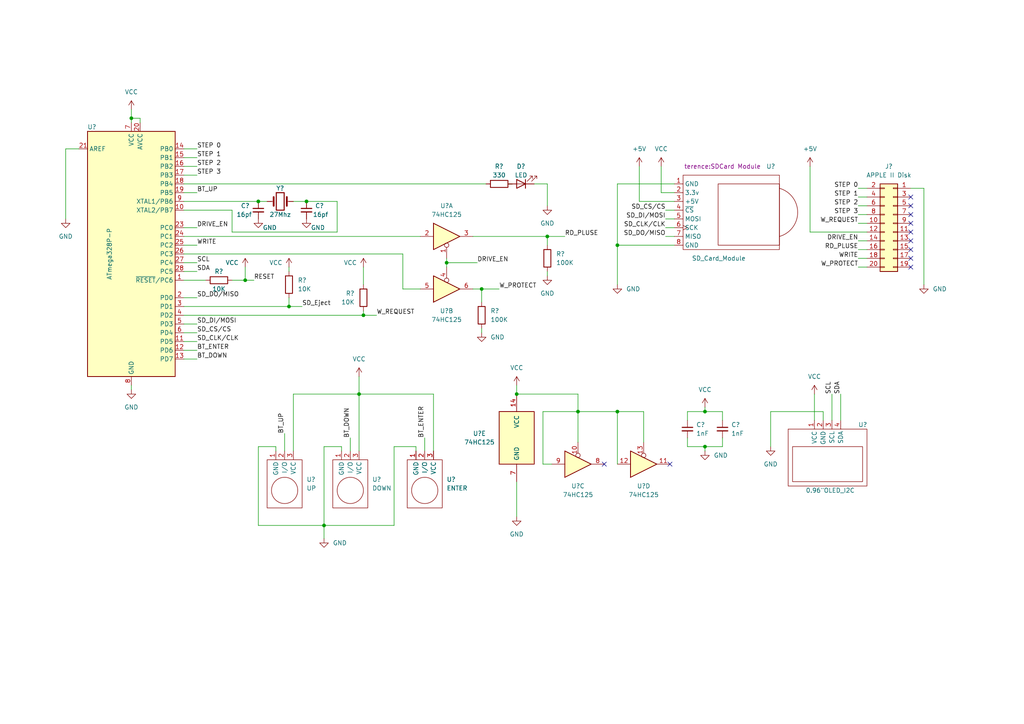
<source format=kicad_sch>
(kicad_sch (version 20211123) (generator eeschema)
  (paper "A4")
  (lib_symbols
    (symbol "74xx_IEEE:74HC125" (pin_names (offset 1.016))
      (property "Reference" "U" (at 0 1.27 0))
      (property "Value" "74HC125" (at 0 -1.27 0))
      (symbol "74HC125_1_0"
        (polyline (pts (xy -3.81 3.81) (xy -3.81 -3.81) (xy 3.81 0) (xy -3.81 3.81)) (stroke (width 0.254)) (fill (type background)))
        (pin input inverted (at 0 -6.35 90) (length 4.445) (name "~") (number "1"))
        (pin input line (at -7.62 0 0) (length 3.81) (name "~") (number "2"))
        (pin tri_state line (at 7.62 0 180) (length 3.81) (name "~") (number "3"))
      )
      (symbol "74HC125_2_0"
        (polyline (pts (xy -3.81 3.81) (xy -3.81 -3.81) (xy 3.81 0) (xy -3.81 3.81)) (stroke (width 0.254)) (fill (type background)))
        (pin input inverted (at 0 -6.35 90) (length 4.445) (name "~") (number "4"))
        (pin input line (at -7.62 0 0) (length 3.81) (name "~") (number "5"))
        (pin tri_state line (at 7.62 0 180) (length 3.81) (name "~") (number "6"))
      )
      (symbol "74HC125_3_0"
        (polyline (pts (xy -3.81 3.81) (xy -3.81 -3.81) (xy 3.81 0) (xy -3.81 3.81)) (stroke (width 0.254)) (fill (type background)))
        (pin input inverted (at 0 -6.35 90) (length 4.445) (name "~") (number "10"))
        (pin tri_state line (at 7.62 0 180) (length 3.81) (name "~") (number "8"))
        (pin input line (at -7.62 0 0) (length 3.81) (name "~") (number "9"))
      )
      (symbol "74HC125_4_0"
        (polyline (pts (xy -3.81 3.81) (xy -3.81 -3.81) (xy 3.81 0) (xy -3.81 3.81)) (stroke (width 0.254)) (fill (type background)))
        (pin tri_state line (at 7.62 0 180) (length 3.81) (name "~") (number "11"))
        (pin input line (at -7.62 0 0) (length 3.81) (name "~") (number "12"))
        (pin input inverted (at 0 -6.35 90) (length 4.445) (name "~") (number "13"))
      )
      (symbol "74HC125_5_0"
        (pin power_in line (at 0 12.7 270) (length 5.08) (name "VCC") (number "14"))
        (pin power_in line (at 0 -12.7 90) (length 5.08) (name "GND") (number "7"))
      )
      (symbol "74HC125_5_1"
        (rectangle (start -5.08 7.62) (end 5.08 -7.62) (stroke (width 0.254)) (fill (type background)))
      )
    )
    (symbol "Connector_Generic:Conn_02x10_Odd_Even" (pin_names (offset 1.016) hide)
      (property "Reference" "J" (at 1.27 12.7 0))
      (property "Value" "Conn_02x10_Odd_Even" (at 1.27 -15.24 0))
      (symbol "Conn_02x10_Odd_Even_1_1"
        (rectangle (start -1.27 -12.573) (end 0 -12.827) (stroke (width 0.1524)))
        (rectangle (start -1.27 -10.033) (end 0 -10.287) (stroke (width 0.1524)))
        (rectangle (start -1.27 -7.493) (end 0 -7.747) (stroke (width 0.1524)))
        (rectangle (start -1.27 -4.953) (end 0 -5.207) (stroke (width 0.1524)))
        (rectangle (start -1.27 -2.413) (end 0 -2.667) (stroke (width 0.1524)))
        (rectangle (start -1.27 0.127) (end 0 -0.127) (stroke (width 0.1524)))
        (rectangle (start -1.27 2.667) (end 0 2.413) (stroke (width 0.1524)))
        (rectangle (start -1.27 5.207) (end 0 4.953) (stroke (width 0.1524)))
        (rectangle (start -1.27 7.747) (end 0 7.493) (stroke (width 0.1524)))
        (rectangle (start -1.27 10.287) (end 0 10.033) (stroke (width 0.1524)))
        (rectangle (start -1.27 11.43) (end 3.81 -13.97) (stroke (width 0.254)) (fill (type background)))
        (rectangle (start 3.81 -12.573) (end 2.54 -12.827) (stroke (width 0.1524)))
        (rectangle (start 3.81 -10.033) (end 2.54 -10.287) (stroke (width 0.1524)))
        (rectangle (start 3.81 -7.493) (end 2.54 -7.747) (stroke (width 0.1524)))
        (rectangle (start 3.81 -4.953) (end 2.54 -5.207) (stroke (width 0.1524)))
        (rectangle (start 3.81 -2.413) (end 2.54 -2.667) (stroke (width 0.1524)))
        (rectangle (start 3.81 0.127) (end 2.54 -0.127) (stroke (width 0.1524)))
        (rectangle (start 3.81 2.667) (end 2.54 2.413) (stroke (width 0.1524)))
        (rectangle (start 3.81 5.207) (end 2.54 4.953) (stroke (width 0.1524)))
        (rectangle (start 3.81 7.747) (end 2.54 7.493) (stroke (width 0.1524)))
        (rectangle (start 3.81 10.287) (end 2.54 10.033) (stroke (width 0.1524)))
        (pin passive line (at -5.08 10.16 0) (length 3.81) (name "Pin_1") (number "1"))
        (pin passive line (at 7.62 0 180) (length 3.81) (name "Pin_10") (number "10"))
        (pin passive line (at -5.08 -2.54 0) (length 3.81) (name "Pin_11") (number "11"))
        (pin passive line (at 7.62 -2.54 180) (length 3.81) (name "Pin_12") (number "12"))
        (pin passive line (at -5.08 -5.08 0) (length 3.81) (name "Pin_13") (number "13"))
        (pin passive line (at 7.62 -5.08 180) (length 3.81) (name "Pin_14") (number "14"))
        (pin passive line (at -5.08 -7.62 0) (length 3.81) (name "Pin_15") (number "15"))
        (pin passive line (at 7.62 -7.62 180) (length 3.81) (name "Pin_16") (number "16"))
        (pin passive line (at -5.08 -10.16 0) (length 3.81) (name "Pin_17") (number "17"))
        (pin passive line (at 7.62 -10.16 180) (length 3.81) (name "Pin_18") (number "18"))
        (pin passive line (at -5.08 -12.7 0) (length 3.81) (name "Pin_19") (number "19"))
        (pin passive line (at 7.62 10.16 180) (length 3.81) (name "Pin_2") (number "2"))
        (pin passive line (at 7.62 -12.7 180) (length 3.81) (name "Pin_20") (number "20"))
        (pin passive line (at -5.08 7.62 0) (length 3.81) (name "Pin_3") (number "3"))
        (pin passive line (at 7.62 7.62 180) (length 3.81) (name "Pin_4") (number "4"))
        (pin passive line (at -5.08 5.08 0) (length 3.81) (name "Pin_5") (number "5"))
        (pin passive line (at 7.62 5.08 180) (length 3.81) (name "Pin_6") (number "6"))
        (pin passive line (at -5.08 2.54 0) (length 3.81) (name "Pin_7") (number "7"))
        (pin passive line (at 7.62 2.54 180) (length 3.81) (name "Pin_8") (number "8"))
        (pin passive line (at -5.08 0 0) (length 3.81) (name "Pin_9") (number "9"))
      )
    )
    (symbol "Device:C_Small" (pin_numbers hide) (pin_names (offset 0.254) hide)
      (property "Reference" "C" (at 0.254 1.778 0))
      (property "Value" "C_Small" (at 0.254 -2.032 0))
      (symbol "C_Small_0_1"
        (polyline (pts (xy -1.524 -0.508) (xy 1.524 -0.508)) (stroke (width 0.3302)))
        (polyline (pts (xy -1.524 0.508) (xy 1.524 0.508)) (stroke (width 0.3048)))
      )
      (symbol "C_Small_1_1"
        (pin passive line (at 0 2.54 270) (length 2.032) (name "~") (number "1"))
        (pin passive line (at 0 -2.54 90) (length 2.032) (name "~") (number "2"))
      )
    )
    (symbol "Device:Crystal" (pin_numbers hide) (pin_names (offset 1.016) hide)
      (property "Reference" "Y" (at 0 3.81 0))
      (property "Value" "Crystal" (at 0 -3.81 0))
      (symbol "Crystal_0_1"
        (rectangle (start -1.143 2.54) (end 1.143 -2.54) (stroke (width 0.3048)))
        (polyline (pts (xy -2.54 0) (xy -1.905 0)))
        (polyline (pts (xy -1.905 -1.27) (xy -1.905 1.27)) (stroke (width 0.508)))
        (polyline (pts (xy 1.905 -1.27) (xy 1.905 1.27)) (stroke (width 0.508)))
        (polyline (pts (xy 2.54 0) (xy 1.905 0)))
      )
      (symbol "Crystal_1_1"
        (pin passive line (at -3.81 0 0) (length 1.27) (name "1") (number "1"))
        (pin passive line (at 3.81 0 180) (length 1.27) (name "2") (number "2"))
      )
    )
    (symbol "Device:LED" (pin_numbers hide) (pin_names (offset 1.016) hide)
      (property "Reference" "D" (at 0 2.54 0))
      (property "Value" "LED" (at 0 -2.54 0))
      (symbol "LED_0_1"
        (polyline (pts (xy -1.27 -1.27) (xy -1.27 1.27)) (stroke (width 0.254)))
        (polyline (pts (xy -1.27 0) (xy 1.27 0)))
        (polyline (pts (xy 1.27 -1.27) (xy 1.27 1.27) (xy -1.27 0) (xy 1.27 -1.27)) (stroke (width 0.254)))
        (polyline (pts (xy -3.048 -0.762) (xy -4.572 -2.286) (xy -3.81 -2.286) (xy -4.572 -2.286) (xy -4.572 -1.524)))
        (polyline (pts (xy -1.778 -0.762) (xy -3.302 -2.286) (xy -2.54 -2.286) (xy -3.302 -2.286) (xy -3.302 -1.524)))
      )
      (symbol "LED_1_1"
        (pin passive line (at -3.81 0 0) (length 2.54) (name "K") (number "1"))
        (pin passive line (at 3.81 0 180) (length 2.54) (name "A") (number "2"))
      )
    )
    (symbol "Device:R" (pin_numbers hide) (pin_names (offset 0))
      (property "Reference" "R" (at 2.032 0 90))
      (property "Value" "R" (at 0 0 90))
      (symbol "R_0_1"
        (rectangle (start -1.016 -2.54) (end 1.016 2.54) (stroke (width 0.254)))
      )
      (symbol "R_1_1"
        (pin passive line (at 0 3.81 270) (length 1.27) (name "~") (number "1"))
        (pin passive line (at 0 -3.81 90) (length 1.27) (name "~") (number "2"))
      )
    )
    (symbol "MCU_Microchip_ATmega:ATmega328-P"
      (property "Reference" "U" (at -12.7 36.83 0))
      (property "Value" "ATmega328-P" (at 2.54 -36.83 0))
      (symbol "ATmega328-P_0_1"
        (rectangle (start -12.7 -35.56) (end 12.7 35.56) (stroke (width 0.254)) (fill (type background)))
      )
      (symbol "ATmega328-P_1_1"
        (pin bidirectional line (at 15.24 -7.62 180) (length 2.54) (name "~{RESET}/PC6") (number "1"))
        (pin bidirectional line (at 15.24 12.7 180) (length 2.54) (name "XTAL2/PB7") (number "10"))
        (pin bidirectional line (at 15.24 -25.4 180) (length 2.54) (name "PD5") (number "11"))
        (pin bidirectional line (at 15.24 -27.94 180) (length 2.54) (name "PD6") (number "12"))
        (pin bidirectional line (at 15.24 -30.48 180) (length 2.54) (name "PD7") (number "13"))
        (pin bidirectional line (at 15.24 30.48 180) (length 2.54) (name "PB0") (number "14"))
        (pin bidirectional line (at 15.24 27.94 180) (length 2.54) (name "PB1") (number "15"))
        (pin bidirectional line (at 15.24 25.4 180) (length 2.54) (name "PB2") (number "16"))
        (pin bidirectional line (at 15.24 22.86 180) (length 2.54) (name "PB3") (number "17"))
        (pin bidirectional line (at 15.24 20.32 180) (length 2.54) (name "PB4") (number "18"))
        (pin bidirectional line (at 15.24 17.78 180) (length 2.54) (name "PB5") (number "19"))
        (pin bidirectional line (at 15.24 -12.7 180) (length 2.54) (name "PD0") (number "2"))
        (pin power_in line (at 2.54 38.1 270) (length 2.54) (name "AVCC") (number "20"))
        (pin passive line (at -15.24 30.48 0) (length 2.54) (name "AREF") (number "21"))
        (pin passive line (at 0 -38.1 90) (length 2.54) hide (name "GND") (number "22"))
        (pin bidirectional line (at 15.24 7.62 180) (length 2.54) (name "PC0") (number "23"))
        (pin bidirectional line (at 15.24 5.08 180) (length 2.54) (name "PC1") (number "24"))
        (pin bidirectional line (at 15.24 2.54 180) (length 2.54) (name "PC2") (number "25"))
        (pin bidirectional line (at 15.24 0 180) (length 2.54) (name "PC3") (number "26"))
        (pin bidirectional line (at 15.24 -2.54 180) (length 2.54) (name "PC4") (number "27"))
        (pin bidirectional line (at 15.24 -5.08 180) (length 2.54) (name "PC5") (number "28"))
        (pin bidirectional line (at 15.24 -15.24 180) (length 2.54) (name "PD1") (number "3"))
        (pin bidirectional line (at 15.24 -17.78 180) (length 2.54) (name "PD2") (number "4"))
        (pin bidirectional line (at 15.24 -20.32 180) (length 2.54) (name "PD3") (number "5"))
        (pin bidirectional line (at 15.24 -22.86 180) (length 2.54) (name "PD4") (number "6"))
        (pin power_in line (at 0 38.1 270) (length 2.54) (name "VCC") (number "7"))
        (pin power_in line (at 0 -38.1 90) (length 2.54) (name "GND") (number "8"))
        (pin bidirectional line (at 15.24 15.24 180) (length 2.54) (name "XTAL1/PB6") (number "9"))
      )
    )
    (symbol "TP223_1"
      (property "Reference" "U?" (at 6.35 -6.9849 0))
      (property "Value" "TP223_1" (at 6.35 -9.5249 0))
      (symbol "TP223_1_0_1"
        (rectangle (start -5.08 -1.27) (end 5.08 -15.24))
        (circle (center 0 -10.16) (radius 3.81))
      )
      (symbol "TP223_1_1_1"
        (pin power_in line (at -2.54 1.27 270) (length 2.54) (name "GND") (number "1"))
        (pin output line (at 0 1.27 270) (length 2.54) (name "I/O") (number "2"))
        (pin output line (at 2.54 1.27 270) (length 2.54) (name "VCC") (number "3"))
      )
    )
    (symbol "TP223_2"
      (property "Reference" "U?" (at 6.35 -6.9849 0))
      (property "Value" "TP223_2" (at 6.35 -9.5249 0))
      (symbol "TP223_2_0_1"
        (rectangle (start -5.08 -1.27) (end 5.08 -15.24))
        (circle (center 0 -10.16) (radius 3.81))
      )
      (symbol "TP223_2_1_1"
        (pin power_in line (at -2.54 1.27 270) (length 2.54) (name "GND") (number "1"))
        (pin output line (at 0 1.27 270) (length 2.54) (name "I/O") (number "2"))
        (pin output line (at 2.54 1.27 270) (length 2.54) (name "VCC") (number "3"))
      )
    )
    (symbol "power:+5V" (power) (pin_names (offset 0))
      (property "Value" "+5V" (at 0 3.556 0))
      (symbol "+5V_0_1"
        (polyline (pts (xy -0.762 1.27) (xy 0 2.54)))
        (polyline (pts (xy 0 0) (xy 0 2.54)))
        (polyline (pts (xy 0 2.54) (xy 0.762 1.27)))
      )
      (symbol "+5V_1_1"
        (pin power_in line (at 0 0 90) (length 0) hide (name "+5V") (number "1"))
      )
    )
    (symbol "power:GND" (power) (pin_names (offset 0))
      (property "Value" "GND" (at 0 -3.81 0))
      (symbol "GND_0_1"
        (polyline (pts (xy 0 0) (xy 0 -1.27) (xy 1.27 -1.27) (xy 0 -2.54) (xy -1.27 -1.27) (xy 0 -1.27)))
      )
      (symbol "GND_1_1"
        (pin power_in line (at 0 0 270) (length 0) hide (name "GND") (number "1"))
      )
    )
    (symbol "power:VCC" (power) (pin_names (offset 0))
      (property "Value" "VCC" (at 0 3.81 0))
      (symbol "VCC_0_1"
        (polyline (pts (xy -0.762 1.27) (xy 0 2.54)))
        (polyline (pts (xy 0 0) (xy 0 2.54)))
        (polyline (pts (xy 0 2.54) (xy 0.762 1.27)))
      )
      (symbol "VCC_1_1"
        (pin power_in line (at 0 0 90) (length 0) hide (name "VCC") (number "1"))
      )
    )
    (symbol "terence:0.96{dblquote}OLED_I2C"
      (property "Reference" "U" (at 1.27 1.27 0))
      (property "Value" "0.96{dblquote}OLED_I2C" (at 11.43 -19.05 0))
      (symbol "0.96{dblquote}OLED_I2C_0_1"
        (rectangle (start 0 0) (end 22.86 -16.51))
        (rectangle (start 1.27 -5.08) (end 21.59 -15.24))
      )
      (symbol "0.96{dblquote}OLED_I2C_1_1"
        (pin power_in line (at 7.62 2.54 270) (length 2.54) (name "VCC") (number "1"))
        (pin power_in line (at 10.16 2.54 270) (length 2.54) (name "GND") (number "2"))
        (pin power_in line (at 12.7 2.54 270) (length 2.54) (name "SCL") (number "3"))
        (pin power_in line (at 15.24 2.54 270) (length 2.54) (name "SDA") (number "4"))
      )
    )
    (symbol "terence:SD_Card_Module"
      (property "Reference" "U" (at -10.16 -1.27 0))
      (property "Value" "SD_Card_Module" (at 3.81 -1.27 0))
      (symbol "SD_Card_Module_0_1"
        (rectangle (start -11.43 -2.54) (end 16.51 -24.13))
        (rectangle (start -1.27 -5.08) (end 16.51 -22.86))
        (arc (start 16.51 -20.32) (mid 25.7169 -13.335) (end 16.51 -6.35))
      )
      (symbol "SD_Card_Module_1_1"
        (pin power_in line (at -13.97 -5.08 0) (length 2.54) (name "GND") (number "1"))
        (pin power_in line (at -13.97 -7.62 0) (length 2.54) (name "3.3v") (number "2"))
        (pin power_in line (at -13.97 -10.16 0) (length 2.54) (name "+5V") (number "3"))
        (pin input line (at -13.97 -12.7 0) (length 2.54) (name "~{CS}") (number "4"))
        (pin output line (at -13.97 -15.24 0) (length 2.54) (name "MOSI") (number "5"))
        (pin input clock (at -13.97 -17.78 0) (length 2.54) (name "SCK") (number "6"))
        (pin input line (at -13.97 -20.32 0) (length 2.54) (name "MISO") (number "7"))
        (pin power_in line (at -13.97 -22.86 0) (length 2.54) (name "GND") (number "8"))
      )
    )
    (symbol "terence:TP223"
      (property "Reference" "U?" (at 6.35 -6.9849 0))
      (property "Value" "TP223" (at 6.35 -9.5249 0))
      (symbol "TP223_0_1"
        (rectangle (start -5.08 -1.27) (end 5.08 -15.24))
        (circle (center 0 -10.16) (radius 3.81))
      )
      (symbol "TP223_1_1"
        (pin power_in line (at -2.54 1.27 270) (length 2.54) (name "GND") (number "1"))
        (pin output line (at 0 1.27 270) (length 2.54) (name "I/O") (number "2"))
        (pin output line (at 2.54 1.27 270) (length 2.54) (name "VCC") (number "3"))
      )
    )
  )
  (junction (at 105.41 91.44))
  (junction (at 167.64 119.38))
  (junction (at 139.7 83.82))
  (junction (at 104.14 114.3))
  (junction (at 83.82 88.9))
  (junction (at 179.07 119.38))
  (junction (at 88.9 58.42))
  (junction (at 179.07 71.12))
  (junction (at 129.54 76.2))
  (junction (at 204.47 129.54))
  (junction (at 204.47 119.38))
  (junction (at 38.1 34.29))
  (junction (at 93.98 152.4))
  (junction (at 71.12 81.28))
  (junction (at 74.93 58.42))
  (junction (at 158.75 68.58))
  (junction (at 149.86 114.3))
  (no_connect (at 264.16 57.15))
  (no_connect (at 264.16 67.31))
  (no_connect (at 175.26 134.62))
  (no_connect (at 264.16 64.77))
  (no_connect (at 264.16 72.39))
  (no_connect (at 264.16 62.23))
  (no_connect (at 264.16 77.47))
  (no_connect (at 264.16 74.93))
  (no_connect (at 194.31 134.62))
  (no_connect (at 264.16 69.85))
  (no_connect (at 264.16 59.69))
  (wire (pts (xy 209.55 127) (xy 209.55 129.54)))
  (wire (pts (xy 191.77 48.26) (xy 191.77 55.88)))
  (wire (pts (xy 53.34 60.96) (xy 67.31 60.96)))
  (wire (pts (xy 236.22 114.3) (xy 236.22 121.92)))
  (wire (pts (xy 123.19 127) (xy 123.19 130.81)))
  (wire (pts (xy 74.93 58.42) (xy 77.47 58.42)))
  (wire (pts (xy 248.92 74.93) (xy 251.46 74.93)))
  (wire (pts (xy 53.34 88.9) (xy 83.82 88.9)))
  (wire (pts (xy 193.04 60.96) (xy 195.58 60.96)))
  (wire (pts (xy 248.92 54.61) (xy 251.46 54.61)))
  (wire (pts (xy 88.9 58.42) (xy 97.79 58.42)))
  (wire (pts (xy 191.77 55.88) (xy 195.58 55.88)))
  (wire (pts (xy 157.48 134.62) (xy 157.48 119.38)))
  (wire (pts (xy 116.84 83.82) (xy 116.84 73.66)))
  (wire (pts (xy 40.64 35.56) (xy 40.64 34.29)))
  (wire (pts (xy 149.86 139.7) (xy 149.86 149.86)))
  (wire (pts (xy 83.82 77.47) (xy 83.82 78.74)))
  (wire (pts (xy 179.07 119.38) (xy 186.69 119.38)))
  (wire (pts (xy 99.06 129.54) (xy 99.06 130.81)))
  (wire (pts (xy 193.04 68.58) (xy 195.58 68.58)))
  (wire (pts (xy 93.98 152.4) (xy 93.98 156.21)))
  (wire (pts (xy 195.58 53.34) (xy 179.07 53.34)))
  (wire (pts (xy 186.69 119.38) (xy 186.69 128.27)))
  (wire (pts (xy 264.16 54.61) (xy 267.97 54.61)))
  (wire (pts (xy 199.39 119.38) (xy 199.39 121.92)))
  (wire (pts (xy 139.7 95.25) (xy 139.7 96.52)))
  (wire (pts (xy 160.02 134.62) (xy 157.48 134.62)))
  (wire (pts (xy 248.92 77.47) (xy 251.46 77.47)))
  (wire (pts (xy 148.59 53.34) (xy 147.32 53.34)))
  (wire (pts (xy 204.47 119.38) (xy 209.55 119.38)))
  (wire (pts (xy 53.34 45.72) (xy 57.15 45.72)))
  (wire (pts (xy 53.34 104.14) (xy 57.15 104.14)))
  (wire (pts (xy 53.34 96.52) (xy 57.15 96.52)))
  (wire (pts (xy 53.34 55.88) (xy 57.15 55.88)))
  (wire (pts (xy 74.93 129.54) (xy 74.93 152.4)))
  (wire (pts (xy 223.52 119.38) (xy 223.52 129.54)))
  (wire (pts (xy 248.92 64.77) (xy 251.46 64.77)))
  (wire (pts (xy 85.09 114.3) (xy 104.14 114.3)))
  (wire (pts (xy 193.04 66.04) (xy 195.58 66.04)))
  (wire (pts (xy 19.05 63.5) (xy 19.05 43.18)))
  (wire (pts (xy 167.64 119.38) (xy 167.64 128.27)))
  (wire (pts (xy 67.31 60.96) (xy 67.31 67.31)))
  (wire (pts (xy 40.64 34.29) (xy 38.1 34.29)))
  (wire (pts (xy 204.47 129.54) (xy 199.39 129.54)))
  (wire (pts (xy 53.34 86.36) (xy 57.15 86.36)))
  (wire (pts (xy 199.39 127) (xy 199.39 129.54)))
  (wire (pts (xy 154.94 53.34) (xy 158.75 53.34)))
  (wire (pts (xy 243.84 114.3) (xy 243.84 121.92)))
  (wire (pts (xy 53.34 76.2) (xy 57.15 76.2)))
  (wire (pts (xy 157.48 119.38) (xy 167.64 119.38)))
  (wire (pts (xy 137.16 68.58) (xy 158.75 68.58)))
  (wire (pts (xy 67.31 81.28) (xy 71.12 81.28)))
  (wire (pts (xy 204.47 129.54) (xy 209.55 129.54)))
  (wire (pts (xy 234.95 67.31) (xy 251.46 67.31)))
  (wire (pts (xy 97.79 67.31) (xy 97.79 58.42)))
  (wire (pts (xy 129.54 76.2) (xy 138.43 76.2)))
  (wire (pts (xy 248.92 72.39) (xy 251.46 72.39)))
  (wire (pts (xy 158.75 68.58) (xy 163.83 68.58)))
  (wire (pts (xy 101.6 127) (xy 101.6 130.81)))
  (wire (pts (xy 199.39 119.38) (xy 204.47 119.38)))
  (wire (pts (xy 158.75 68.58) (xy 158.75 71.12)))
  (wire (pts (xy 53.34 50.8) (xy 57.15 50.8)))
  (wire (pts (xy 38.1 31.75) (xy 38.1 34.29)))
  (wire (pts (xy 67.31 67.31) (xy 97.79 67.31)))
  (wire (pts (xy 149.86 111.76) (xy 149.86 114.3)))
  (wire (pts (xy 120.65 130.81) (xy 120.65 129.54)))
  (wire (pts (xy 104.14 114.3) (xy 125.73 114.3)))
  (wire (pts (xy 83.82 88.9) (xy 87.63 88.9)))
  (wire (pts (xy 83.82 86.36) (xy 83.82 88.9)))
  (wire (pts (xy 80.01 129.54) (xy 74.93 129.54)))
  (wire (pts (xy 71.12 81.28) (xy 73.66 81.28)))
  (wire (pts (xy 129.54 74.93) (xy 129.54 76.2)))
  (wire (pts (xy 209.55 119.38) (xy 209.55 121.92)))
  (wire (pts (xy 53.34 53.34) (xy 140.97 53.34)))
  (wire (pts (xy 248.92 59.69) (xy 251.46 59.69)))
  (wire (pts (xy 99.06 129.54) (xy 93.98 129.54)))
  (wire (pts (xy 185.42 58.42) (xy 195.58 58.42)))
  (wire (pts (xy 248.92 62.23) (xy 251.46 62.23)))
  (wire (pts (xy 85.09 130.81) (xy 85.09 114.3)))
  (wire (pts (xy 88.9 58.42) (xy 85.09 58.42)))
  (wire (pts (xy 125.73 130.81) (xy 125.73 114.3)))
  (wire (pts (xy 204.47 118.11) (xy 204.47 119.38)))
  (wire (pts (xy 53.34 93.98) (xy 57.15 93.98)))
  (wire (pts (xy 53.34 66.04) (xy 57.15 66.04)))
  (wire (pts (xy 105.41 77.47) (xy 105.41 82.55)))
  (wire (pts (xy 19.05 43.18) (xy 22.86 43.18)))
  (wire (pts (xy 167.64 119.38) (xy 179.07 119.38)))
  (wire (pts (xy 267.97 54.61) (xy 267.97 82.55)))
  (wire (pts (xy 139.7 83.82) (xy 139.7 87.63)))
  (wire (pts (xy 104.14 130.81) (xy 104.14 114.3)))
  (wire (pts (xy 105.41 91.44) (xy 109.22 91.44)))
  (wire (pts (xy 167.64 119.38) (xy 167.64 114.3)))
  (wire (pts (xy 38.1 111.76) (xy 38.1 113.03)))
  (wire (pts (xy 193.04 63.5) (xy 195.58 63.5)))
  (wire (pts (xy 167.64 114.3) (xy 149.86 114.3)))
  (wire (pts (xy 158.75 78.74) (xy 158.75 80.01)))
  (wire (pts (xy 195.58 71.12) (xy 179.07 71.12)))
  (wire (pts (xy 116.84 83.82) (xy 121.92 83.82)))
  (wire (pts (xy 53.34 71.12) (xy 57.15 71.12)))
  (wire (pts (xy 234.95 48.26) (xy 234.95 67.31)))
  (wire (pts (xy 185.42 48.26) (xy 185.42 58.42)))
  (wire (pts (xy 53.34 48.26) (xy 57.15 48.26)))
  (wire (pts (xy 139.7 83.82) (xy 144.78 83.82)))
  (wire (pts (xy 105.41 90.17) (xy 105.41 91.44)))
  (wire (pts (xy 53.34 91.44) (xy 105.41 91.44)))
  (wire (pts (xy 248.92 69.85) (xy 251.46 69.85)))
  (wire (pts (xy 53.34 99.06) (xy 57.15 99.06)))
  (wire (pts (xy 238.76 119.38) (xy 223.52 119.38)))
  (wire (pts (xy 38.1 34.29) (xy 38.1 35.56)))
  (wire (pts (xy 53.34 81.28) (xy 59.69 81.28)))
  (wire (pts (xy 204.47 129.54) (xy 204.47 130.81)))
  (wire (pts (xy 120.65 129.54) (xy 114.3 129.54)))
  (wire (pts (xy 238.76 121.92) (xy 238.76 119.38)))
  (wire (pts (xy 53.34 78.74) (xy 57.15 78.74)))
  (wire (pts (xy 179.07 53.34) (xy 179.07 71.12)))
  (wire (pts (xy 53.34 43.18) (xy 57.15 43.18)))
  (wire (pts (xy 179.07 71.12) (xy 179.07 82.55)))
  (wire (pts (xy 114.3 152.4) (xy 93.98 152.4)))
  (wire (pts (xy 114.3 129.54) (xy 114.3 152.4)))
  (wire (pts (xy 53.34 73.66) (xy 116.84 73.66)))
  (wire (pts (xy 241.3 114.3) (xy 241.3 121.92)))
  (wire (pts (xy 179.07 134.62) (xy 179.07 119.38)))
  (wire (pts (xy 53.34 101.6) (xy 57.15 101.6)))
  (wire (pts (xy 248.92 57.15) (xy 251.46 57.15)))
  (wire (pts (xy 129.54 76.2) (xy 129.54 77.47)))
  (wire (pts (xy 74.93 152.4) (xy 93.98 152.4)))
  (wire (pts (xy 137.16 83.82) (xy 139.7 83.82)))
  (wire (pts (xy 71.12 77.47) (xy 71.12 81.28)))
  (wire (pts (xy 53.34 58.42) (xy 74.93 58.42)))
  (wire (pts (xy 93.98 129.54) (xy 93.98 152.4)))
  (wire (pts (xy 82.55 125.73) (xy 82.55 130.81)))
  (wire (pts (xy 80.01 129.54) (xy 80.01 130.81)))
  (wire (pts (xy 158.75 53.34) (xy 158.75 59.69)))
  (wire (pts (xy 104.14 114.3) (xy 104.14 109.22)))
  (wire (pts (xy 53.34 68.58) (xy 121.92 68.58)))
  (label "BT_ENTER" (at 57.15 101.6 0))
  (label "SD_CLK{slash}CLK" (at 193.04 66.04 180))
  (label "SD_DO{slash}MISO" (at 193.04 68.58 180))
  (label "BT_UP" (at 57.15 55.88 0))
  (label "W_REQUEST" (at 109.22 91.44 0))
  (label "BT_DOWN" (at 101.6 127 90))
  (label "SCL" (at 241.3 114.3 90))
  (label "STEP 3" (at 248.92 62.23 180))
  (label "SD_DI{slash}MOSI" (at 193.04 63.5 180))
  (label "SD_DO{slash}MISO" (at 57.15 86.36 0))
  (label "STEP 0" (at 248.92 54.61 180))
  (label "DRIVE_EN" (at 57.15 66.04 0))
  (label "SD_DI{slash}MOSI" (at 57.15 93.98 0))
  (label "SD_CS{slash}CS" (at 193.04 60.96 180))
  (label "RD_PLUSE" (at 248.92 72.39 180))
  (label "BT_ENTER" (at 123.19 127 90))
  (label "W_PROTECT" (at 144.78 83.82 0))
  (label "SD_Eject" (at 87.63 88.9 0))
  (label "STEP 0" (at 57.15 43.18 0))
  (label "RD_PLUSE" (at 163.83 68.58 0))
  (label "STEP 2" (at 248.92 59.69 180))
  (label "STEP 3" (at 57.15 50.8 0))
  (label "DRIVE_EN" (at 248.92 69.85 180))
  (label "STEP 1" (at 248.92 57.15 180))
  (label "BT_DOWN" (at 57.15 104.14 0))
  (label "STEP 1" (at 57.15 45.72 0))
  (label "WRITE" (at 248.92 74.93 180))
  (label "RESET" (at 73.66 81.28 0))
  (label "STEP 2" (at 57.15 48.26 0))
  (label "SD_CS{slash}CS" (at 57.15 96.52 0))
  (label "W_REQUEST" (at 248.92 64.77 180))
  (label "BT_UP" (at 82.55 125.73 90))
  (label "W_PROTECT" (at 248.92 77.47 180))
  (label "DRIVE_EN" (at 138.43 76.2 0))
  (label "SD_CLK{slash}CLK" (at 57.15 99.06 0))
  (label "SDA" (at 243.84 114.3 90))
  (label "SDA" (at 57.15 78.74 0))
  (label "SCL" (at 57.15 76.2 0))
  (label "WRITE" (at 57.15 71.12 0))
  (symbol (lib_id "power:VCC") (at 191.77 48.26 0) (unit 1)
    (property "Reference" "#PWR?" (effects hide))
    (property "Value" "VCC" (at 191.77 43.18 0))
  )
  (symbol (lib_id "Device:R") (at 158.75 74.93 0) (unit 1)
    (property "Reference" "R?" (at 161.29 73.6599 0) (effects (justify left)))
    (property "Value" "100K" (at 161.29 76.1999 0) (effects (justify left)))
    (property "Footprint" "Resistor_SMD:R_0805_2012Metric" (effects hide))
  )
  (symbol (lib_id "power:GND") (at 93.98 156.21 0) (unit 1)
    (property "Reference" "#PWR?" (effects hide))
    (property "Value" "GND" (at 96.52 157.4799 0) (effects (justify left)))
  )
  (symbol (lib_id "Device:R") (at 139.7 91.44 0) (unit 1)
    (property "Reference" "R?" (at 142.24 90.1699 0) (effects (justify left)))
    (property "Value" "100K" (at 142.24 92.7099 0) (effects (justify left)))
    (property "Footprint" "Resistor_SMD:R_0805_2012Metric" (effects hide))
  )
  (symbol (lib_id "74xx_IEEE:74HC125") (at 149.86 127 0) (unit 5)
    (property "Reference" "U?" (at 137.16 125.73 0) (effects (justify left)))
    (property "Value" "74HC125" (at 134.62 128.27 0) (effects (justify left)))
    (property "Footprint" "Package_DIP:DIP-14_W7.62mm" (effects hide))
    (property "Datasheet" "http://www.ti.com/lit/gpn/sn74LS125" (effects hide))
  )
  (symbol (lib_id "power:GND") (at 204.47 130.81 0) (unit 1)
    (property "Reference" "#PWR?" (effects hide))
    (property "Value" "GND" (at 207.01 132.0799 0) (effects (justify left)))
  )
  (symbol (lib_id "Device:C_Small") (at 199.39 124.46 0) (unit 1)
    (property "Reference" "C?" (at 201.93 123.19 0) (effects (justify left)))
    (property "Value" "1nF" (at 201.93 125.73 0) (effects (justify left)))
    (property "Footprint" "Capacitor_SMD:C_0805_2012Metric" (effects hide))
  )
  (symbol (lib_id "74xx_IEEE:74HC125") (at 167.64 134.62 0) (mirror x) (unit 3)
    (property "Reference" "U?" (at 167.64 140.97 0))
    (property "Value" "74HC125" (at 167.64 143.51 0))
    (property "Footprint" "Package_DIP:DIP-14_W7.62mm" (effects hide))
    (property "Datasheet" "http://www.ti.com/lit/gpn/sn74LS125" (effects hide))
  )
  (symbol (lib_id "power:GND") (at 158.75 80.01 0) (unit 1)
    (property "Reference" "#PWR?" (effects hide))
    (property "Value" "GND" (at 158.75 85.09 0))
  )
  (symbol (lib_id "power:VCC") (at 38.1 31.75 0) (unit 1)
    (property "Reference" "#PWR?" (effects hide))
    (property "Value" "VCC" (at 38.1 26.67 0))
  )
  (symbol (lib_id "power:VCC") (at 104.14 109.22 0) (unit 1)
    (property "Reference" "#PWR?" (effects hide))
    (property "Value" "VCC" (at 104.14 104.14 0))
  )
  (symbol (lib_id "power:GND") (at 19.05 63.5 0) (unit 1)
    (property "Reference" "#PWR?" (effects hide))
    (property "Value" "GND" (at 19.05 68.58 0))
  )
  (symbol (lib_id "74xx_IEEE:74HC125") (at 129.54 83.82 0) (mirror x) (unit 2)
    (property "Reference" "U?" (at 129.54 90.17 0))
    (property "Value" "74HC125" (at 129.54 92.71 0))
    (property "Footprint" "Package_DIP:DIP-14_W7.62mm" (effects hide))
    (property "Datasheet" "http://www.ti.com/lit/gpn/sn74LS125" (effects hide))
  )
  (symbol (lib_id "power:GND") (at 267.97 82.55 0) (unit 1)
    (property "Reference" "#PWR?" (effects hide))
    (property "Value" "GND" (at 270.51 83.8199 0) (effects (justify left)))
  )
  (symbol (lib_id "power:VCC") (at 149.86 111.76 0) (unit 1)
    (property "Reference" "#PWR?" (effects hide))
    (property "Value" "VCC" (at 149.86 106.68 0))
  )
  (symbol (lib_id "power:+5V") (at 185.42 48.26 0) (unit 1)
    (property "Reference" "#PWR?" (effects hide))
    (property "Value" "+5V" (at 185.42 43.18 0))
  )
  (symbol (lib_id "power:GND") (at 139.7 96.52 0) (unit 1)
    (property "Reference" "#PWR?" (effects hide))
    (property "Value" "GND" (at 142.24 97.7899 0) (effects (justify left)))
  )
  (symbol (lib_id "terence:TP223") (at 82.55 132.08 0) (unit 1)
    (property "Reference" "U?" (at 88.9 139.0649 0) (effects (justify left)))
    (property "Value" "UP" (at 88.9 141.6049 0) (effects (justify left)))
    (property "Footprint" "terence:TP223" (effects hide))
  )
  (symbol (lib_id "power:GND") (at 88.9 63.5 0) (unit 1)
    (property "Reference" "#PWR?" (effects hide))
    (property "Value" "GND" (at 90.17 66.04 0) (effects (justify left)))
  )
  (symbol (lib_name "TP223_2") (lib_id "terence:TP223") (at 123.19 132.08 0) (unit 1)
    (property "Reference" "U?" (at 129.54 139.0649 0) (effects (justify left)))
    (property "Value" "ENTER" (at 129.54 141.6049 0) (effects (justify left)))
    (property "Footprint" "terence:TP223" (effects hide))
  )
  (symbol (lib_id "Device:C_Small") (at 74.93 60.96 0) (unit 1)
    (property "Reference" "C?" (at 69.85 59.69 0) (effects (justify left)))
    (property "Value" "16pf" (at 68.58 62.23 0) (effects (justify left)))
    (property "Footprint" "Capacitor_SMD:C_0805_2012Metric" (effects hide))
  )
  (symbol (lib_id "Device:R") (at 63.5 81.28 90) (unit 1)
    (property "Reference" "R?" (at 63.5 78.74 90))
    (property "Value" "10K" (at 63.5 83.82 90))
    (property "Footprint" "Resistor_SMD:R_0805_2012Metric" (effects hide))
  )
  (symbol (lib_id "Device:Crystal") (at 81.28 58.42 0) (unit 1)
    (property "Reference" "Y?" (at 81.28 54.61 0))
    (property "Value" "27Mhz" (at 81.28 62.23 0))
    (property "Footprint" "Crystal:Crystal_HC49-U_Vertical" (effects hide))
  )
  (symbol (lib_id "power:GND") (at 74.93 63.5 0) (unit 1)
    (property "Reference" "#PWR?" (effects hide))
    (property "Value" "GND" (at 76.2 66.04 0) (effects (justify left)))
  )
  (symbol (lib_id "power:VCC") (at 71.12 77.47 0) (mirror y) (unit 1)
    (property "Reference" "#PWR?" (effects hide))
    (property "Value" "VCC" (at 67.31 76.2 0))
  )
  (symbol (lib_id "power:GND") (at 149.86 149.86 0) (unit 1)
    (property "Reference" "#PWR?" (effects hide))
    (property "Value" "GND" (at 149.86 154.94 0))
  )
  (symbol (lib_id "Device:LED") (at 151.13 53.34 180) (unit 1)
    (property "Reference" "D?" (at 151.13 48.26 0))
    (property "Value" "LED" (at 151.13 50.8 0))
    (property "Footprint" "LED_SMD:LED_0805_2012Metric" (effects hide))
  )
  (symbol (lib_id "Device:R") (at 105.41 86.36 0) (mirror y) (unit 1)
    (property "Reference" "R?" (at 102.87 85.0899 0) (effects (justify left)))
    (property "Value" "10K" (at 102.87 87.6299 0) (effects (justify left)))
    (property "Footprint" "Resistor_SMD:R_0805_2012Metric" (effects hide))
  )
  (symbol (lib_id "Device:C_Small") (at 209.55 124.46 0) (unit 1)
    (property "Reference" "C?" (at 212.09 123.19 0) (effects (justify left)))
    (property "Value" "1nF" (at 212.09 125.73 0) (effects (justify left)))
    (property "Footprint" "Capacitor_SMD:C_0805_2012Metric" (effects hide))
  )
  (symbol (lib_id "MCU_Microchip_ATmega:ATmega328-P") (at 38.1 73.66 0) (unit 1)
    (property "Reference" "U?" (at 26.67 36.83 0))
    (property "Value" "ATmega328P-P" (at 31.75 73.66 90))
    (property "Footprint" "Package_DIP:DIP-28_W7.62mm" (effects hide))
    (property "Datasheet" "http://ww1.microchip.com/downloads/en/DeviceDoc/ATmega328_P%20AVR%20MCU%20with%20picoPower%20Technology%20Data%20Sheet%2040001984A.pdf" (effects hide))
  )
  (symbol (lib_id "power:GND") (at 223.52 129.54 0) (unit 1)
    (property "Reference" "#PWR?" (effects hide))
    (property "Value" "GND" (at 223.52 134.62 0))
  )
  (symbol (lib_id "terence:0.96{dblquote}OLED_I2C") (at 228.6 124.46 0) (unit 1)
    (property "Reference" "U?" (at 248.92 123.19 0) (effects (justify left)))
    (property "Value" "0.96\"OLED_I2C" (at 233.68 142.24 0) (effects (justify left)))
    (property "Footprint" "terence:0.96OLED I2C" (effects hide))
  )
  (symbol (lib_id "Device:R") (at 83.82 82.55 0) (unit 1)
    (property "Reference" "R?" (at 86.36 81.2799 0) (effects (justify left)))
    (property "Value" "10K" (at 86.36 83.8199 0) (effects (justify left)))
    (property "Footprint" "Resistor_SMD:R_0805_2012Metric" (effects hide))
  )
  (symbol (lib_id "power:VCC") (at 105.41 77.47 0) (mirror y) (unit 1)
    (property "Reference" "#PWR?" (effects hide))
    (property "Value" "VCC" (at 101.6 76.2 0))
  )
  (symbol (lib_id "74xx_IEEE:74HC125") (at 129.54 68.58 0) (unit 1)
    (property "Reference" "U?" (at 129.54 59.69 0))
    (property "Value" "74HC125" (at 129.54 62.23 0))
    (property "Footprint" "Package_DIP:DIP-14_W7.62mm" (effects hide))
    (property "Datasheet" "http://www.ti.com/lit/gpn/sn74LS125" (effects hide))
  )
  (symbol (lib_id "power:VCC") (at 204.47 118.11 0) (unit 1)
    (property "Reference" "#PWR?" (effects hide))
    (property "Value" "VCC" (at 204.47 113.03 0))
  )
  (symbol (lib_id "power:+5V") (at 234.95 48.26 0) (unit 1)
    (property "Reference" "#PWR?" (effects hide))
    (property "Value" "+5V" (at 234.95 43.18 0))
  )
  (symbol (lib_id "Device:C_Small") (at 88.9 60.96 0) (mirror y) (unit 1)
    (property "Reference" "C?" (at 93.98 59.69 0) (effects (justify left)))
    (property "Value" "16pf" (at 95.25 62.23 0) (effects (justify left)))
    (property "Footprint" "Capacitor_SMD:C_0805_2012Metric" (effects hide))
  )
  (symbol (lib_id "power:VCC") (at 236.22 114.3 0) (unit 1)
    (property "Reference" "#PWR?" (effects hide))
    (property "Value" "VCC" (at 236.22 109.22 0))
  )
  (symbol (lib_id "terence:SD_Card_Module") (at 209.55 48.26 0) (unit 1)
    (property "Reference" "U?" (at 222.25 48.26 0) (effects (justify left)))
    (property "Value" "SD_Card_Module" (at 200.66 74.93 0) (effects (justify left)))
    (property "Footprint" "terence:SDCard Module" (at 209.55 48.26 0))
  )
  (symbol (lib_id "power:VCC") (at 83.82 77.47 0) (unit 1)
    (property "Reference" "#PWR?" (effects hide))
    (property "Value" "VCC" (at 80.01 76.2 0))
  )
  (symbol (lib_id "Connector_Generic:Conn_02x10_Odd_Even") (at 259.08 64.77 0) (mirror y) (unit 1)
    (property "Reference" "J?" (at 257.81 48.26 0))
    (property "Value" "APPLE II Disk" (at 257.81 50.8 0))
    (property "Footprint" "Connector_IDC:IDC-Header_2x10_P2.54mm_Vertical" (effects hide))
  )
  (symbol (lib_id "Device:R") (at 144.78 53.34 90) (unit 1)
    (property "Reference" "R?" (at 144.78 48.26 90))
    (property "Value" "330" (at 144.78 50.8 90))
    (property "Footprint" "Resistor_SMD:R_0805_2012Metric" (effects hide))
  )
  (symbol (lib_id "power:GND") (at 38.1 113.03 0) (unit 1)
    (property "Reference" "#PWR?" (effects hide))
    (property "Value" "GND" (at 38.1 118.11 0))
  )
  (symbol (lib_id "power:GND") (at 179.07 82.55 0) (unit 1)
    (property "Reference" "#PWR?" (effects hide))
    (property "Value" "GND" (at 181.61 83.8199 0) (effects (justify left)))
  )
  (symbol (lib_name "TP223_1") (lib_id "terence:TP223") (at 101.6 132.08 0) (unit 1)
    (property "Reference" "U?" (at 107.95 139.0649 0) (effects (justify left)))
    (property "Value" "DOWN" (at 107.95 141.6049 0) (effects (justify left)))
    (property "Footprint" "terence:TP223" (effects hide))
  )
  (symbol (lib_id "74xx_IEEE:74HC125") (at 186.69 134.62 0) (mirror x) (unit 4)
    (property "Reference" "U?" (at 186.69 140.97 0))
    (property "Value" "74HC125" (at 186.69 143.51 0))
    (property "Footprint" "Package_DIP:DIP-14_W7.62mm" (effects hide))
    (property "Datasheet" "http://www.ti.com/lit/gpn/sn74LS125" (effects hide))
  )
  (symbol (lib_id "power:GND") (at 158.75 59.69 0) (unit 1)
    (property "Reference" "#PWR?" (effects hide))
    (property "Value" "GND" (at 158.75 64.77 0))
  )
)
</source>
